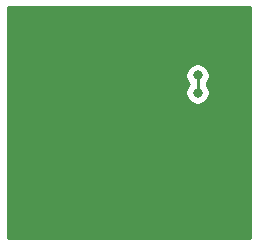
<source format=gbr>
G04 #@! TF.GenerationSoftware,KiCad,Pcbnew,5.1.4*
G04 #@! TF.CreationDate,2019-08-27T15:50:40-04:00*
G04 #@! TF.ProjectId,siot-node-current-clamp,73696f74-2d6e-46f6-9465-2d6375727265,rev?*
G04 #@! TF.SameCoordinates,Original*
G04 #@! TF.FileFunction,Copper,L2,Bot*
G04 #@! TF.FilePolarity,Positive*
%FSLAX46Y46*%
G04 Gerber Fmt 4.6, Leading zero omitted, Abs format (unit mm)*
G04 Created by KiCad (PCBNEW 5.1.4) date 2019-08-27 15:50:40*
%MOMM*%
%LPD*%
G04 APERTURE LIST*
%ADD10C,0.800000*%
%ADD11C,0.250000*%
%ADD12C,0.254000*%
G04 APERTURE END LIST*
D10*
X119330000Y-54255000D03*
X121730000Y-69655000D03*
X119730000Y-69655000D03*
X121730000Y-67855000D03*
X119530000Y-67855000D03*
X116930000Y-69655000D03*
X114930000Y-69655000D03*
X116930000Y-67855000D03*
X114930000Y-67855000D03*
X108330000Y-65255000D03*
X125730000Y-54455000D03*
X127117500Y-58842500D03*
X109330000Y-55855000D03*
X123930000Y-58180000D03*
X123930000Y-56730000D03*
D11*
X123930000Y-58180000D02*
X123930000Y-56730000D01*
D12*
G36*
X128372000Y-70460000D02*
G01*
X107848000Y-70460000D01*
X107848000Y-56628061D01*
X122895000Y-56628061D01*
X122895000Y-56831939D01*
X122934774Y-57031898D01*
X123012795Y-57220256D01*
X123126063Y-57389774D01*
X123170001Y-57433712D01*
X123170000Y-57476289D01*
X123126063Y-57520226D01*
X123012795Y-57689744D01*
X122934774Y-57878102D01*
X122895000Y-58078061D01*
X122895000Y-58281939D01*
X122934774Y-58481898D01*
X123012795Y-58670256D01*
X123126063Y-58839774D01*
X123270226Y-58983937D01*
X123439744Y-59097205D01*
X123628102Y-59175226D01*
X123828061Y-59215000D01*
X124031939Y-59215000D01*
X124231898Y-59175226D01*
X124420256Y-59097205D01*
X124589774Y-58983937D01*
X124733937Y-58839774D01*
X124847205Y-58670256D01*
X124925226Y-58481898D01*
X124965000Y-58281939D01*
X124965000Y-58078061D01*
X124925226Y-57878102D01*
X124847205Y-57689744D01*
X124733937Y-57520226D01*
X124690000Y-57476289D01*
X124690000Y-57433711D01*
X124733937Y-57389774D01*
X124847205Y-57220256D01*
X124925226Y-57031898D01*
X124965000Y-56831939D01*
X124965000Y-56628061D01*
X124925226Y-56428102D01*
X124847205Y-56239744D01*
X124733937Y-56070226D01*
X124589774Y-55926063D01*
X124420256Y-55812795D01*
X124231898Y-55734774D01*
X124031939Y-55695000D01*
X123828061Y-55695000D01*
X123628102Y-55734774D01*
X123439744Y-55812795D01*
X123270226Y-55926063D01*
X123126063Y-56070226D01*
X123012795Y-56239744D01*
X122934774Y-56428102D01*
X122895000Y-56628061D01*
X107848000Y-56628061D01*
X107848000Y-50952000D01*
X128372001Y-50952000D01*
X128372000Y-70460000D01*
X128372000Y-70460000D01*
G37*
X128372000Y-70460000D02*
X107848000Y-70460000D01*
X107848000Y-56628061D01*
X122895000Y-56628061D01*
X122895000Y-56831939D01*
X122934774Y-57031898D01*
X123012795Y-57220256D01*
X123126063Y-57389774D01*
X123170001Y-57433712D01*
X123170000Y-57476289D01*
X123126063Y-57520226D01*
X123012795Y-57689744D01*
X122934774Y-57878102D01*
X122895000Y-58078061D01*
X122895000Y-58281939D01*
X122934774Y-58481898D01*
X123012795Y-58670256D01*
X123126063Y-58839774D01*
X123270226Y-58983937D01*
X123439744Y-59097205D01*
X123628102Y-59175226D01*
X123828061Y-59215000D01*
X124031939Y-59215000D01*
X124231898Y-59175226D01*
X124420256Y-59097205D01*
X124589774Y-58983937D01*
X124733937Y-58839774D01*
X124847205Y-58670256D01*
X124925226Y-58481898D01*
X124965000Y-58281939D01*
X124965000Y-58078061D01*
X124925226Y-57878102D01*
X124847205Y-57689744D01*
X124733937Y-57520226D01*
X124690000Y-57476289D01*
X124690000Y-57433711D01*
X124733937Y-57389774D01*
X124847205Y-57220256D01*
X124925226Y-57031898D01*
X124965000Y-56831939D01*
X124965000Y-56628061D01*
X124925226Y-56428102D01*
X124847205Y-56239744D01*
X124733937Y-56070226D01*
X124589774Y-55926063D01*
X124420256Y-55812795D01*
X124231898Y-55734774D01*
X124031939Y-55695000D01*
X123828061Y-55695000D01*
X123628102Y-55734774D01*
X123439744Y-55812795D01*
X123270226Y-55926063D01*
X123126063Y-56070226D01*
X123012795Y-56239744D01*
X122934774Y-56428102D01*
X122895000Y-56628061D01*
X107848000Y-56628061D01*
X107848000Y-50952000D01*
X128372001Y-50952000D01*
X128372000Y-70460000D01*
M02*

</source>
